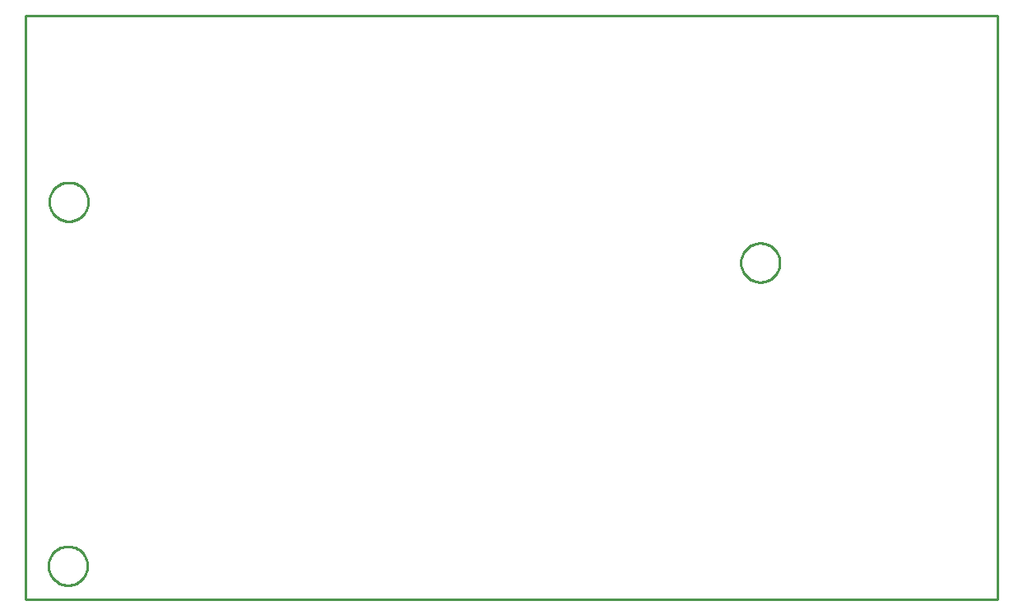
<source format=gbr>
G04 EAGLE Gerber RS-274X export*
G75*
%MOMM*%
%FSLAX34Y34*%
%LPD*%
%IN*%
%IPPOS*%
%AMOC8*
5,1,8,0,0,1.08239X$1,22.5*%
G01*
%ADD10C,0.254000*%


D10*
X0Y0D02*
X1000000Y0D01*
X1000000Y600000D01*
X0Y600000D01*
X0Y0D01*
X64363Y407953D02*
X64290Y406747D01*
X64144Y405547D01*
X63926Y404358D01*
X63637Y403184D01*
X63277Y402030D01*
X62849Y400900D01*
X62352Y399798D01*
X61791Y398728D01*
X61165Y397694D01*
X60479Y396699D01*
X59733Y395747D01*
X58932Y394843D01*
X58077Y393988D01*
X57173Y393187D01*
X56221Y392441D01*
X55226Y391755D01*
X54192Y391129D01*
X53122Y390568D01*
X52020Y390071D01*
X50890Y389643D01*
X49736Y389283D01*
X48562Y388994D01*
X47373Y388776D01*
X46173Y388630D01*
X44967Y388558D01*
X43758Y388558D01*
X42552Y388630D01*
X41352Y388776D01*
X40163Y388994D01*
X38989Y389283D01*
X37835Y389643D01*
X36705Y390071D01*
X35603Y390568D01*
X34533Y391129D01*
X33499Y391755D01*
X32504Y392441D01*
X31552Y393187D01*
X30648Y393988D01*
X29793Y394843D01*
X28992Y395747D01*
X28246Y396699D01*
X27560Y397694D01*
X26934Y398728D01*
X26373Y399798D01*
X25876Y400900D01*
X25448Y402030D01*
X25088Y403184D01*
X24799Y404358D01*
X24581Y405547D01*
X24435Y406747D01*
X24363Y407953D01*
X24363Y409162D01*
X24435Y410368D01*
X24581Y411568D01*
X24799Y412757D01*
X25088Y413931D01*
X25448Y415085D01*
X25876Y416215D01*
X26373Y417317D01*
X26934Y418387D01*
X27560Y419421D01*
X28246Y420416D01*
X28992Y421368D01*
X29793Y422272D01*
X30648Y423127D01*
X31552Y423928D01*
X32504Y424674D01*
X33499Y425360D01*
X34533Y425986D01*
X35603Y426547D01*
X36705Y427044D01*
X37835Y427472D01*
X38989Y427832D01*
X40163Y428121D01*
X41352Y428339D01*
X42552Y428485D01*
X43758Y428558D01*
X44967Y428558D01*
X46173Y428485D01*
X47373Y428339D01*
X48562Y428121D01*
X49736Y427832D01*
X50890Y427472D01*
X52020Y427044D01*
X53122Y426547D01*
X54192Y425986D01*
X55226Y425360D01*
X56221Y424674D01*
X57173Y423928D01*
X58077Y423127D01*
X58932Y422272D01*
X59733Y421368D01*
X60479Y420416D01*
X61165Y419421D01*
X61791Y418387D01*
X62352Y417317D01*
X62849Y416215D01*
X63277Y415085D01*
X63637Y413931D01*
X63926Y412757D01*
X64144Y411568D01*
X64290Y410368D01*
X64363Y409162D01*
X64363Y407953D01*
X775853Y345423D02*
X775780Y344217D01*
X775634Y343017D01*
X775416Y341828D01*
X775127Y340654D01*
X774767Y339500D01*
X774339Y338370D01*
X773842Y337268D01*
X773281Y336198D01*
X772655Y335164D01*
X771969Y334169D01*
X771223Y333217D01*
X770422Y332313D01*
X769567Y331458D01*
X768663Y330657D01*
X767711Y329911D01*
X766716Y329225D01*
X765682Y328599D01*
X764612Y328038D01*
X763510Y327541D01*
X762380Y327113D01*
X761226Y326753D01*
X760052Y326464D01*
X758863Y326246D01*
X757663Y326100D01*
X756457Y326028D01*
X755248Y326028D01*
X754042Y326100D01*
X752842Y326246D01*
X751653Y326464D01*
X750479Y326753D01*
X749325Y327113D01*
X748195Y327541D01*
X747093Y328038D01*
X746023Y328599D01*
X744989Y329225D01*
X743994Y329911D01*
X743042Y330657D01*
X742138Y331458D01*
X741283Y332313D01*
X740482Y333217D01*
X739736Y334169D01*
X739050Y335164D01*
X738424Y336198D01*
X737863Y337268D01*
X737366Y338370D01*
X736938Y339500D01*
X736578Y340654D01*
X736289Y341828D01*
X736071Y343017D01*
X735925Y344217D01*
X735853Y345423D01*
X735853Y346632D01*
X735925Y347838D01*
X736071Y349038D01*
X736289Y350227D01*
X736578Y351401D01*
X736938Y352555D01*
X737366Y353685D01*
X737863Y354787D01*
X738424Y355857D01*
X739050Y356891D01*
X739736Y357886D01*
X740482Y358838D01*
X741283Y359742D01*
X742138Y360597D01*
X743042Y361398D01*
X743994Y362144D01*
X744989Y362830D01*
X746023Y363456D01*
X747093Y364017D01*
X748195Y364514D01*
X749325Y364942D01*
X750479Y365302D01*
X751653Y365591D01*
X752842Y365809D01*
X754042Y365955D01*
X755248Y366028D01*
X756457Y366028D01*
X757663Y365955D01*
X758863Y365809D01*
X760052Y365591D01*
X761226Y365302D01*
X762380Y364942D01*
X763510Y364514D01*
X764612Y364017D01*
X765682Y363456D01*
X766716Y362830D01*
X767711Y362144D01*
X768663Y361398D01*
X769567Y360597D01*
X770422Y359742D01*
X771223Y358838D01*
X771969Y357886D01*
X772655Y356891D01*
X773281Y355857D01*
X773842Y354787D01*
X774339Y353685D01*
X774767Y352555D01*
X775127Y351401D01*
X775416Y350227D01*
X775634Y349038D01*
X775780Y347838D01*
X775853Y346632D01*
X775853Y345423D01*
X63518Y33618D02*
X63445Y32412D01*
X63299Y31212D01*
X63081Y30023D01*
X62792Y28849D01*
X62432Y27695D01*
X62004Y26565D01*
X61507Y25463D01*
X60946Y24393D01*
X60320Y23359D01*
X59634Y22364D01*
X58888Y21412D01*
X58087Y20508D01*
X57232Y19653D01*
X56328Y18852D01*
X55376Y18106D01*
X54381Y17420D01*
X53347Y16794D01*
X52277Y16233D01*
X51175Y15736D01*
X50045Y15308D01*
X48891Y14948D01*
X47717Y14659D01*
X46528Y14441D01*
X45328Y14295D01*
X44122Y14223D01*
X42913Y14223D01*
X41707Y14295D01*
X40507Y14441D01*
X39318Y14659D01*
X38144Y14948D01*
X36990Y15308D01*
X35860Y15736D01*
X34758Y16233D01*
X33688Y16794D01*
X32654Y17420D01*
X31659Y18106D01*
X30707Y18852D01*
X29803Y19653D01*
X28948Y20508D01*
X28147Y21412D01*
X27401Y22364D01*
X26715Y23359D01*
X26089Y24393D01*
X25528Y25463D01*
X25031Y26565D01*
X24603Y27695D01*
X24243Y28849D01*
X23954Y30023D01*
X23736Y31212D01*
X23590Y32412D01*
X23518Y33618D01*
X23518Y34827D01*
X23590Y36033D01*
X23736Y37233D01*
X23954Y38422D01*
X24243Y39596D01*
X24603Y40750D01*
X25031Y41880D01*
X25528Y42982D01*
X26089Y44052D01*
X26715Y45086D01*
X27401Y46081D01*
X28147Y47033D01*
X28948Y47937D01*
X29803Y48792D01*
X30707Y49593D01*
X31659Y50339D01*
X32654Y51025D01*
X33688Y51651D01*
X34758Y52212D01*
X35860Y52709D01*
X36990Y53137D01*
X38144Y53497D01*
X39318Y53786D01*
X40507Y54004D01*
X41707Y54150D01*
X42913Y54223D01*
X44122Y54223D01*
X45328Y54150D01*
X46528Y54004D01*
X47717Y53786D01*
X48891Y53497D01*
X50045Y53137D01*
X51175Y52709D01*
X52277Y52212D01*
X53347Y51651D01*
X54381Y51025D01*
X55376Y50339D01*
X56328Y49593D01*
X57232Y48792D01*
X58087Y47937D01*
X58888Y47033D01*
X59634Y46081D01*
X60320Y45086D01*
X60946Y44052D01*
X61507Y42982D01*
X62004Y41880D01*
X62432Y40750D01*
X62792Y39596D01*
X63081Y38422D01*
X63299Y37233D01*
X63445Y36033D01*
X63518Y34827D01*
X63518Y33618D01*
M02*

</source>
